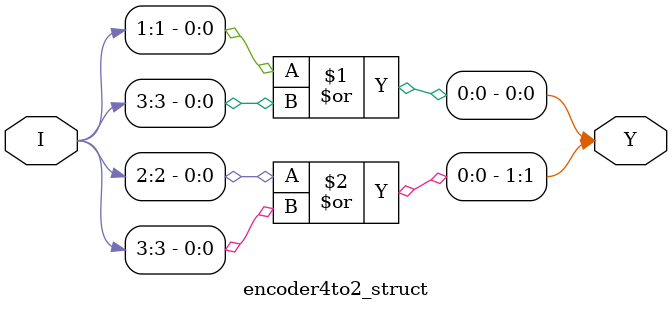
<source format=v>
module encoder4to2_struct (
    input  [3:0] I,   
    output [1:0] Y    
);
    or (Y[0], I[1], I[3]);  
    or (Y[1], I[2], I[3]);  
endmodule


</source>
